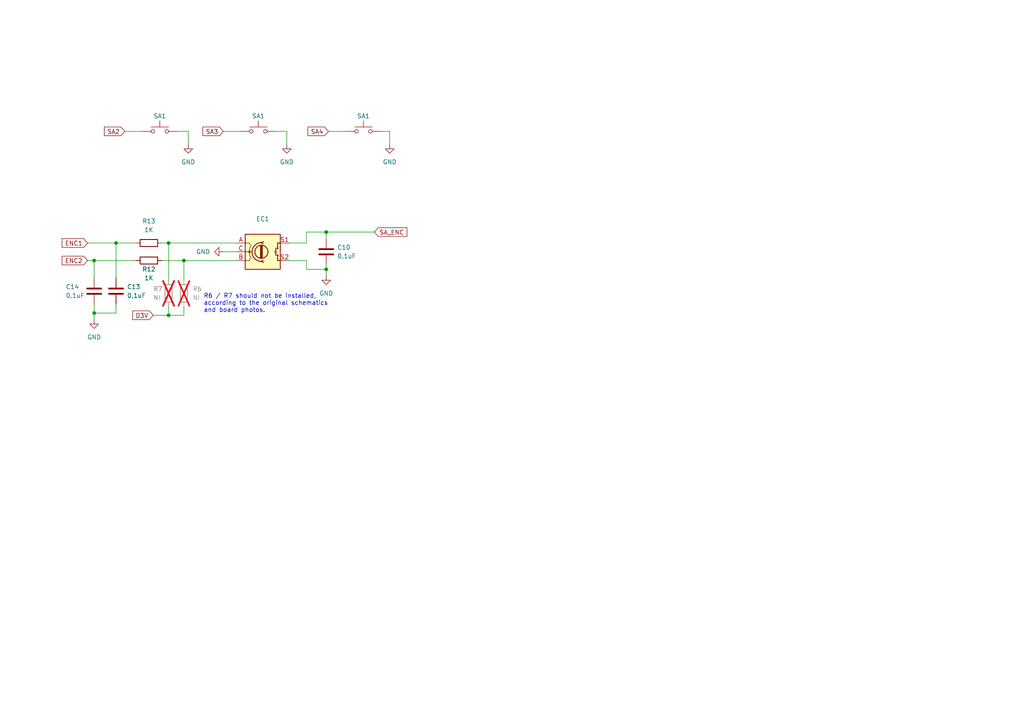
<source format=kicad_sch>
(kicad_sch (version 20230121) (generator eeschema)
  (paper "A4")
  (title_block (title "Belka DSP") (date "2023-11-16") (rev "0.0.2") (company "2ch"))
  (lib_symbols
    (symbol "Device:C" (pin_numbers hide) (pin_names (offset 0.254))
      (property "Reference" "C" (at 0.635 2.54 0))
      (property "Value" "C" (at 0.635 -2.54 0))
      (symbol "C_0_1"
        (polyline (pts (xy -2.032 -0.762) (xy 2.032 -0.762)) (stroke (width 0.508)))
        (polyline (pts (xy -2.032 0.762) (xy 2.032 0.762)) (stroke (width 0.508)))
      )
      (symbol "C_1_1"
        (pin passive line (at 0 3.81 270) (length 2.794) (name "~") (number "1"))
        (pin passive line (at 0 -3.81 90) (length 2.794) (name "~") (number "2"))
      )
    )
    (symbol "Device:R" (pin_numbers hide) (pin_names (offset 0))
      (property "Reference" "R" (at 2.032 0 90))
      (property "Value" "R" (at 0 0 90))
      (symbol "R_0_1"
        (rectangle (start -1.016 -2.54) (end 1.016 2.54) (stroke (width 0.254)))
      )
      (symbol "R_1_1"
        (pin passive line (at 0 3.81 270) (length 1.27) (name "~") (number "1"))
        (pin passive line (at 0 -3.81 90) (length 1.27) (name "~") (number "2"))
      )
    )
    (symbol "Device:RotaryEncoder_Switch" (pin_names (offset 0.254) hide)
      (property "Reference" "SW" (at 0 6.604 0))
      (property "Value" "RotaryEncoder_Switch" (at 0 -6.604 0))
      (symbol "RotaryEncoder_Switch_0_1"
        (rectangle (start -5.08 5.08) (end 5.08 -5.08) (stroke (width 0.254)) (fill (type background)))
        (circle (center -3.81 0) (radius 0.254) (fill (type outline)))
        (circle (center -0.381 0) (radius 1.905) (stroke (width 0.254)))
        (arc (start -0.381 2.667) (mid -3.0988 -0.0635) (end -0.381 -2.794) (stroke (width 0.254)))
        (polyline (pts (xy -0.635 -1.778) (xy -0.635 1.778)) (stroke (width 0.254)))
        (polyline (pts (xy -0.381 -1.778) (xy -0.381 1.778)) (stroke (width 0.254)))
        (polyline (pts (xy -0.127 1.778) (xy -0.127 -1.778)) (stroke (width 0.254)))
        (polyline (pts (xy 3.81 0) (xy 3.429 0)) (stroke (width 0.254)))
        (polyline (pts (xy 3.81 1.016) (xy 3.81 -1.016)) (stroke (width 0.254)))
        (polyline (pts (xy -5.08 -2.54) (xy -3.81 -2.54) (xy -3.81 -2.032)))
        (polyline (pts (xy -5.08 2.54) (xy -3.81 2.54) (xy -3.81 2.032)))
        (polyline (pts (xy 0.254 -3.048) (xy -0.508 -2.794) (xy 0.127 -2.413)) (stroke (width 0.254)))
        (polyline (pts (xy 0.254 2.921) (xy -0.508 2.667) (xy 0.127 2.286)) (stroke (width 0.254)))
        (polyline (pts (xy 5.08 -2.54) (xy 4.318 -2.54) (xy 4.318 -1.016)) (stroke (width 0.254)))
        (polyline (pts (xy 5.08 2.54) (xy 4.318 2.54) (xy 4.318 1.016)) (stroke (width 0.254)))
        (polyline (pts (xy -5.08 0) (xy -3.81 0) (xy -3.81 -1.016) (xy -3.302 -2.032)))
        (polyline (pts (xy -4.318 0) (xy -3.81 0) (xy -3.81 1.016) (xy -3.302 2.032)))
        (circle (center 4.318 -1.016) (radius 0.127) (stroke (width 0.254)))
        (circle (center 4.318 1.016) (radius 0.127) (stroke (width 0.254)))
      )
      (symbol "RotaryEncoder_Switch_1_1"
        (pin passive line (at -7.62 2.54 0) (length 2.54) (name "A") (number "A"))
        (pin passive line (at -7.62 -2.54 0) (length 2.54) (name "B") (number "B"))
        (pin passive line (at -7.62 0 0) (length 2.54) (name "C") (number "C"))
        (pin passive line (at 7.62 2.54 180) (length 2.54) (name "S1") (number "S1"))
        (pin passive line (at 7.62 -2.54 180) (length 2.54) (name "S2") (number "S2"))
      )
    )
    (symbol "Switch:SW_Push" (pin_numbers hide) (pin_names (offset 1.016) hide)
      (property "Reference" "SW" (at 1.27 2.54 0))
      (property "Value" "SW_Push" (at 0 -1.524 0))
      (symbol "SW_Push_0_1"
        (circle (center -2.032 0) (radius 0.508))
        (polyline (pts (xy 0 1.27) (xy 0 3.048)))
        (polyline (pts (xy 2.54 1.27) (xy -2.54 1.27)))
        (circle (center 2.032 0) (radius 0.508))
        (pin passive line (at -5.08 0 0) (length 2.54) (name "1") (number "1"))
        (pin passive line (at 5.08 0 180) (length 2.54) (name "2") (number "2"))
      )
    )
    (symbol "power:GND" (power) (pin_names (offset 0))
      (property "Value" "GND" (at 0 -3.81 0))
      (symbol "GND_0_1"
        (polyline (pts (xy 0 0) (xy 0 -1.27) (xy 1.27 -1.27) (xy 0 -2.54) (xy -1.27 -1.27) (xy 0 -1.27)))
      )
      (symbol "GND_1_1"
        (pin power_in line (at 0 0 270) (length 0) hide (name "GND") (number "1"))
      )
    )
  )
  (junction (at 94.615 67.31))
  (junction (at 27.305 75.565))
  (junction (at 48.895 70.485))
  (junction (at 53.34 75.565))
  (junction (at 94.615 78.105))
  (junction (at 48.895 91.44))
  (junction (at 33.655 70.485))
  (junction (at 27.305 90.805))
  (wire (pts (xy 94.615 67.31) (xy 108.585 67.31)))
  (wire (pts (xy 48.895 70.485) (xy 48.895 81.28)))
  (wire (pts (xy 54.61 38.1) (xy 54.61 41.91)))
  (wire (pts (xy 25.4 70.485) (xy 33.655 70.485)))
  (wire (pts (xy 33.655 88.265) (xy 33.655 90.805)))
  (wire (pts (xy 88.9 75.565) (xy 88.9 78.105)))
  (wire (pts (xy 80.01 38.1) (xy 83.185 38.1)))
  (wire (pts (xy 88.9 67.31) (xy 94.615 67.31)))
  (wire (pts (xy 88.9 70.485) (xy 88.9 67.31)))
  (wire (pts (xy 27.305 88.265) (xy 27.305 90.805)))
  (wire (pts (xy 83.82 70.485) (xy 88.9 70.485)))
  (wire (pts (xy 27.305 75.565) (xy 39.37 75.565)))
  (wire (pts (xy 95.25 38.1) (xy 100.33 38.1)))
  (wire (pts (xy 83.82 75.565) (xy 88.9 75.565)))
  (wire (pts (xy 44.45 91.44) (xy 48.895 91.44)))
  (wire (pts (xy 25.4 75.565) (xy 27.305 75.565)))
  (wire (pts (xy 94.615 78.105) (xy 94.615 80.01)))
  (wire (pts (xy 48.895 91.44) (xy 48.895 88.9)))
  (wire (pts (xy 48.895 70.485) (xy 68.58 70.485)))
  (wire (pts (xy 64.77 38.1) (xy 69.85 38.1)))
  (wire (pts (xy 53.34 75.565) (xy 68.58 75.565)))
  (wire (pts (xy 33.655 70.485) (xy 33.655 80.645)))
  (wire (pts (xy 46.99 70.485) (xy 48.895 70.485)))
  (wire (pts (xy 64.77 73.025) (xy 68.58 73.025)))
  (wire (pts (xy 94.615 76.835) (xy 94.615 78.105)))
  (wire (pts (xy 83.185 38.1) (xy 83.185 41.91)))
  (wire (pts (xy 33.655 70.485) (xy 39.37 70.485)))
  (wire (pts (xy 110.49 38.1) (xy 113.03 38.1)))
  (wire (pts (xy 46.99 75.565) (xy 53.34 75.565)))
  (wire (pts (xy 36.195 38.1) (xy 41.275 38.1)))
  (wire (pts (xy 53.34 81.28) (xy 53.34 75.565)))
  (wire (pts (xy 33.655 90.805) (xy 27.305 90.805)))
  (wire (pts (xy 53.34 88.9) (xy 53.34 91.44)))
  (wire (pts (xy 113.03 38.1) (xy 113.03 41.91)))
  (wire (pts (xy 94.615 67.31) (xy 94.615 69.215)))
  (wire (pts (xy 51.435 38.1) (xy 54.61 38.1)))
  (wire (pts (xy 88.9 78.105) (xy 94.615 78.105)))
  (wire (pts (xy 53.34 91.44) (xy 48.895 91.44)))
  (wire (pts (xy 27.305 90.805) (xy 27.305 92.71)))
  (wire (pts (xy 27.305 75.565) (xy 27.305 80.645)))
  (text "R6 / R7 should not be installed, \naccording to the original schematics\nand board photos." (at 59.055 90.805 0) (effects (font (size 1.27 1.27)) (justify left bottom)))
  (global_label "SA2" (shape input) (at 36.195 38.1 180) (property "Intersheetrefs" "${INTERSHEET_REFS}" (effects hide)))
  (global_label "ENC2" (shape input) (at 25.4 75.565 180) (property "Intersheetrefs" "${INTERSHEET_REFS}" (effects hide)))
  (global_label "D3V" (shape input) (at 44.45 91.44 180) (property "Intersheetrefs" "${INTERSHEET_REFS}" (effects hide)))
  (global_label "SA4" (shape input) (at 95.25 38.1 180) (property "Intersheetrefs" "${INTERSHEET_REFS}" (effects hide)))
  (global_label "ENC1" (shape input) (at 25.4 70.485 180) (property "Intersheetrefs" "${INTERSHEET_REFS}" (effects hide)))
  (global_label "SA3" (shape input) (at 64.77 38.1 180) (property "Intersheetrefs" "${INTERSHEET_REFS}" (effects hide)))
  (global_label "SA_ENC" (shape input) (at 108.585 67.31 0) (property "Intersheetrefs" "${INTERSHEET_REFS}" (effects hide)))
  (symbol (lib_id "Switch:SW_Push") (at 46.355 38.1 0) (unit 1)
    (property "Reference" "SA1" (at 46.355 33.655 0))
    (property "Value" "SW_Push" (effects hide))
    (property "Footprint" "Button_Switch_SMD:SW_Push_SPST_NO_Alps_SKRK" (effects hide))
    (instances (project "BelkaDSP" (path "" (reference "SA1") (unit 1)) (path "" (reference "SA2") (unit 1))))
  )
  (symbol (lib_id "power:GND") (at 27.305 92.71 0) (unit 1)
    (property "Reference" "#PWR018" (effects hide))
    (property "Value" "GND" (at 27.305 97.79 0))
  )
  (symbol (lib_id "power:GND") (at 94.615 80.01 0) (unit 1)
    (property "Reference" "#PWR019" (effects hide))
    (property "Value" "GND" (at 94.615 85.09 0))
  )
  (symbol (lib_id "Device:C") (at 33.655 84.455 0) (unit 1)
    (property "Reference" "C13" (at 36.83 83.185 0) (effects (justify left)))
    (property "Value" "0,1uF" (at 36.83 85.725 0) (effects (justify left)))
    (property "Footprint" "Capacitor_SMD:C_0603_1608Metric_Pad1.08x0.95mm_HandSolder" (effects hide))
  )
  (symbol (lib_id "Device:R") (at 48.895 85.09 0) (unit 1) (dnp yes)
    (property "Reference" "R7" (at 44.45 83.82 0) (effects (justify left)))
    (property "Value" "NI" (at 44.45 86.36 0) (effects (justify left)))
    (property "Footprint" "Resistor_SMD:R_0603_1608Metric_Pad0.98x0.95mm_HandSolder" (effects hide))
  )
  (symbol (lib_id "power:GND") (at 83.185 41.91 0) (unit 1)
    (property "Reference" "#PWR015" (effects hide))
    (property "Value" "GND" (at 83.185 46.99 0))
  )
  (symbol (lib_id "Switch:SW_Push") (at 105.41 38.1 0) (unit 1)
    (property "Reference" "SA1" (at 105.41 33.655 0))
    (property "Value" "SW_Push" (effects hide))
    (property "Footprint" "Button_Switch_SMD:SW_Push_SPST_NO_Alps_SKRK" (effects hide))
    (instances (project "BelkaDSP" (path "" (reference "SA1") (unit 1)) (path "" (reference "SA4") (unit 1))))
  )
  (symbol (lib_id "Device:RotaryEncoder_Switch") (at 76.2 73.025 0) (unit 1)
    (property "Reference" "EC1" (at 76.2 63.5 0))
    (property "Value" "RotaryEncoder_Switch" (effects hide))
    (property "Footprint" "Rotary_Encoder:RotaryEncoder_Bourns_Horizontal_PEC09-2xxxF-Sxxxx" (effects hide))
  )
  (symbol (lib_id "Device:R") (at 53.34 85.09 0) (unit 1) (dnp yes)
    (property "Reference" "R6" (at 55.88 83.82 0) (effects (justify left)))
    (property "Value" "NI" (at 55.88 86.36 0) (effects (justify left)))
    (property "Footprint" "Resistor_SMD:R_0603_1608Metric_Pad0.98x0.95mm_HandSolder" (effects hide))
  )
  (symbol (lib_id "Switch:SW_Push") (at 74.93 38.1 0) (unit 1)
    (property "Reference" "SA1" (at 74.93 33.655 0))
    (property "Value" "SW_Push" (effects hide))
    (property "Footprint" "Button_Switch_SMD:SW_Push_SPST_NO_Alps_SKRK" (effects hide))
    (instances (project "BelkaDSP" (path "" (reference "SA1") (unit 1)) (path "" (reference "SA3") (unit 1))))
  )
  (symbol (lib_id "Device:C") (at 27.305 84.455 0) (unit 1)
    (property "Reference" "C14" (at 19.05 83.185 0) (effects (justify left)))
    (property "Value" "0,1uF" (at 19.05 85.725 0) (effects (justify left)))
    (property "Footprint" "Capacitor_SMD:C_0603_1608Metric_Pad1.08x0.95mm_HandSolder" (effects hide))
  )
  (symbol (lib_id "Device:R") (at 43.18 75.565 90) (unit 1)
    (property "Reference" "R12" (at 43.18 78.105 90))
    (property "Value" "1K" (at 43.18 80.645 90))
    (property "Footprint" "Resistor_SMD:R_0603_1608Metric_Pad0.98x0.95mm_HandSolder" (effects hide))
  )
  (symbol (lib_id "power:GND") (at 54.61 41.91 0) (unit 1)
    (property "Reference" "#PWR014" (effects hide))
    (property "Value" "GND" (at 54.61 46.99 0))
  )
  (symbol (lib_id "power:GND") (at 64.77 73.025 270) (unit 1)
    (property "Reference" "#PWR017" (effects hide))
    (property "Value" "GND" (at 60.96 73.025 90) (effects (justify right)))
  )
  (symbol (lib_id "Device:R") (at 43.18 70.485 90) (unit 1)
    (property "Reference" "R13" (at 43.18 64.135 90))
    (property "Value" "1K" (at 43.18 66.675 90))
    (property "Footprint" "Resistor_SMD:R_0603_1608Metric_Pad0.98x0.95mm_HandSolder" (effects hide))
  )
  (symbol (lib_id "Device:C") (at 94.615 73.025 0) (unit 1)
    (property "Reference" "C10" (at 97.79 71.755 0) (effects (justify left)))
    (property "Value" "0,1uF" (at 97.79 74.295 0) (effects (justify left)))
    (property "Footprint" "Capacitor_SMD:C_0603_1608Metric_Pad1.08x0.95mm_HandSolder" (effects hide))
  )
  (symbol (lib_id "power:GND") (at 113.03 41.91 0) (unit 1)
    (property "Reference" "#PWR016" (effects hide))
    (property "Value" "GND" (at 113.03 46.99 0))
  )
)
</source>
